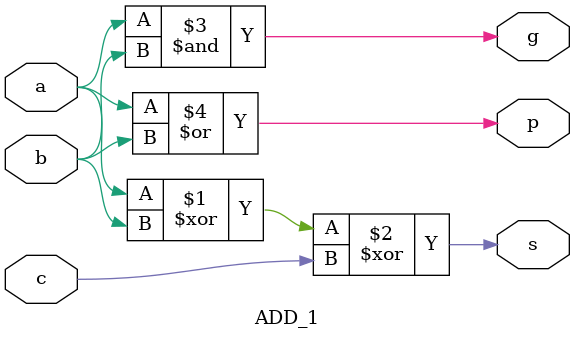
<source format=v>
module ADD_1(
	input a,b,c,
	output g,p,s
	);
	assign s = a ^ b ^ c;
	assign g = a & b;
	assign p = a | b;
endmodule
</source>
